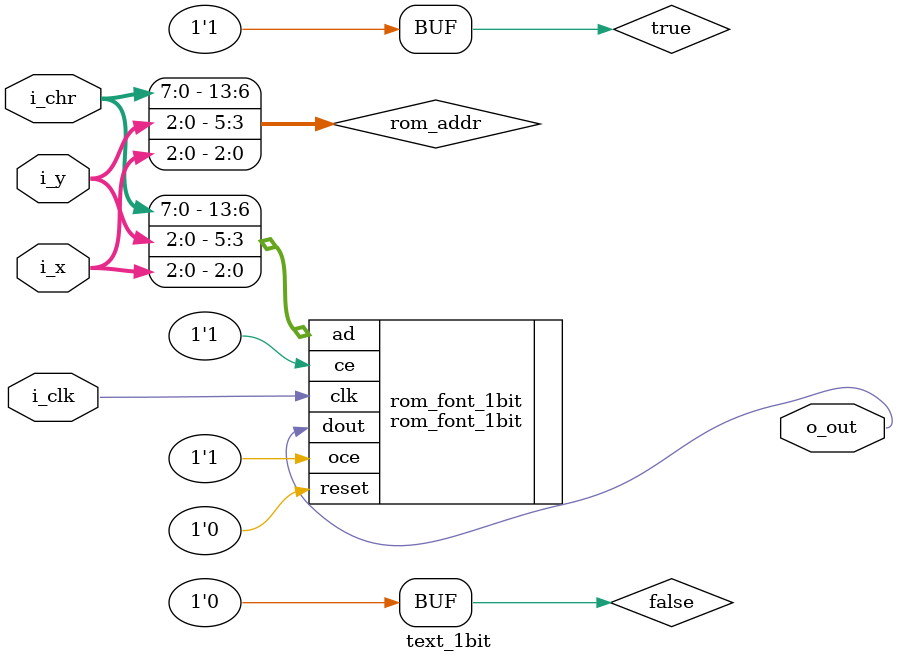
<source format=v>
module text_1bit (
    input [2:0] i_x,     // horizontal coordinate
    input [2:0] i_y,     // vertical coordinate
    input [7:0] i_chr,   // character number
    input i_clk,         // clock
    output o_out         // pixel is on
);

wire false = 1'b0;
wire true = 1'b1;

// work with 8x8 blocks (cells)
wire [13:0] rom_addr = {i_chr, i_y, i_x}; // 256 chars, 8 rows, 8 cols

rom_font_1bit rom_font_1bit(
    .ad       (rom_addr), //[13:0] address
    .clk      (i_clk),
    .dout     (o_out),    // 1 bit
    .oce      (true),
    .ce       (true),
    .reset    (false)
);

endmodule

</source>
